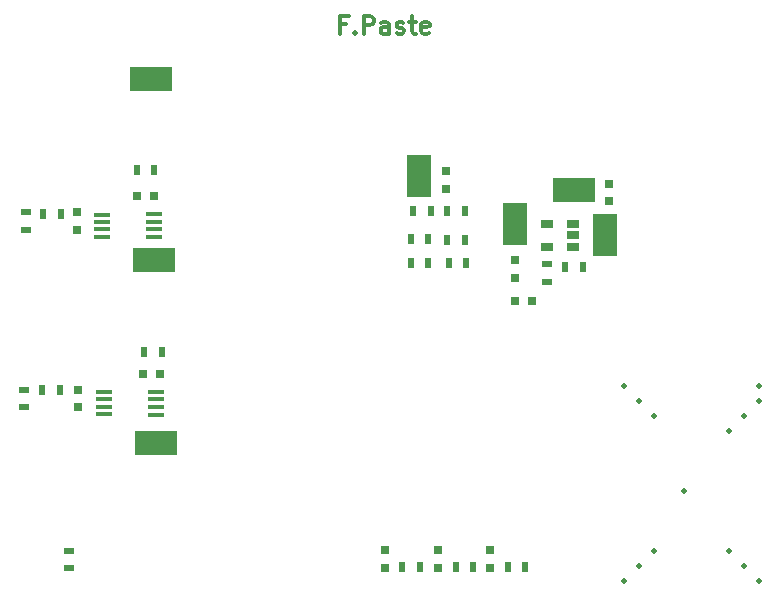
<source format=gbr>
G04 #@! TF.FileFunction,Paste,Top*
%FSLAX46Y46*%
G04 Gerber Fmt 4.6, Leading zero omitted, Abs format (unit mm)*
G04 Created by KiCad (PCBNEW 4.0.2+dfsg1-stable) date mar. 31 janv. 2017 18:36:30 CET*
%MOMM*%
G01*
G04 APERTURE LIST*
%ADD10C,0.050000*%
%ADD11C,0.300000*%
%ADD12R,0.500000X0.900000*%
%ADD13R,0.800000X0.750000*%
%ADD14R,0.750000X0.800000*%
%ADD15R,0.797560X0.797560*%
%ADD16R,0.900000X0.500000*%
%ADD17R,1.400000X0.400000*%
%ADD18R,1.060000X0.650000*%
%ADD19R,3.657600X2.057400*%
%ADD20R,2.057400X3.657600*%
%ADD21C,0.508000*%
G04 APERTURE END LIST*
D10*
D11*
X4370000Y24237143D02*
X3870000Y24237143D01*
X3870000Y23451429D02*
X3870000Y24951429D01*
X4584286Y24951429D01*
X5155714Y23594286D02*
X5227142Y23522857D01*
X5155714Y23451429D01*
X5084285Y23522857D01*
X5155714Y23594286D01*
X5155714Y23451429D01*
X5870000Y23451429D02*
X5870000Y24951429D01*
X6441428Y24951429D01*
X6584286Y24880000D01*
X6655714Y24808571D01*
X6727143Y24665714D01*
X6727143Y24451429D01*
X6655714Y24308571D01*
X6584286Y24237143D01*
X6441428Y24165714D01*
X5870000Y24165714D01*
X8012857Y23451429D02*
X8012857Y24237143D01*
X7941428Y24380000D01*
X7798571Y24451429D01*
X7512857Y24451429D01*
X7370000Y24380000D01*
X8012857Y23522857D02*
X7870000Y23451429D01*
X7512857Y23451429D01*
X7370000Y23522857D01*
X7298571Y23665714D01*
X7298571Y23808571D01*
X7370000Y23951429D01*
X7512857Y24022857D01*
X7870000Y24022857D01*
X8012857Y24094286D01*
X8655714Y23522857D02*
X8798571Y23451429D01*
X9084286Y23451429D01*
X9227143Y23522857D01*
X9298571Y23665714D01*
X9298571Y23737143D01*
X9227143Y23880000D01*
X9084286Y23951429D01*
X8870000Y23951429D01*
X8727143Y24022857D01*
X8655714Y24165714D01*
X8655714Y24237143D01*
X8727143Y24380000D01*
X8870000Y24451429D01*
X9084286Y24451429D01*
X9227143Y24380000D01*
X9727143Y24451429D02*
X10298572Y24451429D01*
X9941429Y24951429D02*
X9941429Y23665714D01*
X10012857Y23522857D01*
X10155715Y23451429D01*
X10298572Y23451429D01*
X11370000Y23522857D02*
X11227143Y23451429D01*
X10941429Y23451429D01*
X10798572Y23522857D01*
X10727143Y23665714D01*
X10727143Y24237143D01*
X10798572Y24380000D01*
X10941429Y24451429D01*
X11227143Y24451429D01*
X11370000Y24380000D01*
X11441429Y24237143D01*
X11441429Y24094286D01*
X10727143Y23951429D01*
D12*
X24450000Y3710000D03*
X22950000Y3710000D03*
D13*
X-13350000Y9710000D03*
X-11850000Y9710000D03*
D14*
X-18400000Y8360000D03*
X-18400000Y6860000D03*
D13*
X-12850000Y-5325000D03*
X-11350000Y-5325000D03*
D14*
X-18300000Y-6675000D03*
X-18300000Y-8175000D03*
X12827000Y11799000D03*
X12827000Y10299000D03*
X18700000Y4260000D03*
X18700000Y2760000D03*
X26600000Y10760000D03*
X26600000Y9260000D03*
D15*
X16600000Y-20240700D03*
X16600000Y-21739300D03*
X12200000Y-20240700D03*
X12200000Y-21739300D03*
X18650700Y810000D03*
X20149300Y810000D03*
X7700000Y-20240700D03*
X7700000Y-21739300D03*
D16*
X-22700000Y8360000D03*
X-22700000Y6860000D03*
X-22900000Y-6675000D03*
X-22900000Y-8175000D03*
D12*
X-11850000Y11910000D03*
X-13350000Y11910000D03*
X-19750000Y8210000D03*
X-21250000Y8210000D03*
X-11250000Y-3525000D03*
X-12750000Y-3525000D03*
X-19850000Y-6725000D03*
X-21350000Y-6725000D03*
X14450000Y8410000D03*
X12950000Y8410000D03*
X14450000Y6010000D03*
X12950000Y6010000D03*
X14550000Y4010000D03*
X13050000Y4010000D03*
X10050000Y8410000D03*
X11550000Y8410000D03*
X9850000Y6110000D03*
X11350000Y6110000D03*
X9850000Y4010000D03*
X11350000Y4010000D03*
X19550000Y-21690000D03*
X18050000Y-21690000D03*
X15150000Y-21690000D03*
X13650000Y-21690000D03*
X10650000Y-21690000D03*
X9150000Y-21690000D03*
D16*
X21400000Y2460000D03*
X21400000Y3960000D03*
D17*
X-16300000Y8135000D03*
X-16300000Y7535000D03*
X-16300000Y6885000D03*
X-16300000Y6285000D03*
X-11900000Y8185000D03*
X-11900000Y7535000D03*
X-11900000Y6885000D03*
X-11900000Y6235000D03*
X-16100000Y-6900000D03*
X-16100000Y-7500000D03*
X-16100000Y-8150000D03*
X-16100000Y-8750000D03*
X-11700000Y-6850000D03*
X-11700000Y-7500000D03*
X-11700000Y-8150000D03*
X-11700000Y-8800000D03*
D18*
X21400000Y5430000D03*
X23600000Y5430000D03*
X23600000Y6380000D03*
X23600000Y7330000D03*
X21400000Y7330000D03*
D19*
X-11900000Y4310000D03*
X-11700000Y-11225000D03*
D20*
X10515600Y11430000D03*
X18715400Y7319800D03*
X26310000Y6380000D03*
D19*
X23668400Y10190000D03*
X-12115800Y19634200D03*
D16*
X-19075400Y-20306600D03*
X-19075400Y-21806600D03*
D21*
X36830000Y-10160000D03*
X36830000Y-20320000D03*
X30480000Y-20320000D03*
X30480000Y-8890000D03*
X38100000Y-8890000D03*
X38100000Y-21590000D03*
X29210000Y-21590000D03*
X29210000Y-7620000D03*
X39370000Y-7620000D03*
X39370000Y-22860000D03*
X27940000Y-22860000D03*
X33020000Y-15240000D03*
X27940000Y-6350000D03*
X39370000Y-6350000D03*
M02*

</source>
